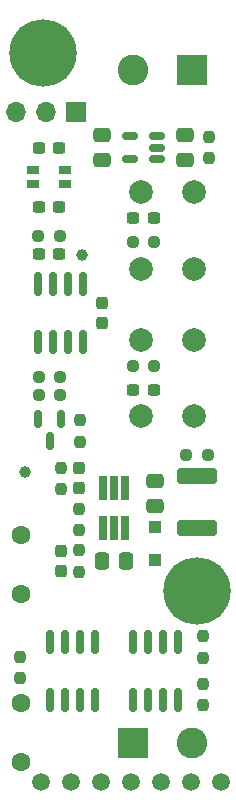
<source format=gbr>
%TF.GenerationSoftware,KiCad,Pcbnew,7.0.10*%
%TF.CreationDate,2024-01-02T15:41:26+01:00*%
%TF.ProjectId,Master_Clock,4d617374-6572-45f4-936c-6f636b2e6b69,1.0*%
%TF.SameCoordinates,Original*%
%TF.FileFunction,Soldermask,Bot*%
%TF.FilePolarity,Negative*%
%FSLAX46Y46*%
G04 Gerber Fmt 4.6, Leading zero omitted, Abs format (unit mm)*
G04 Created by KiCad (PCBNEW 7.0.10) date 2024-01-02 15:41:26*
%MOMM*%
%LPD*%
G01*
G04 APERTURE LIST*
G04 Aperture macros list*
%AMRoundRect*
0 Rectangle with rounded corners*
0 $1 Rounding radius*
0 $2 $3 $4 $5 $6 $7 $8 $9 X,Y pos of 4 corners*
0 Add a 4 corners polygon primitive as box body*
4,1,4,$2,$3,$4,$5,$6,$7,$8,$9,$2,$3,0*
0 Add four circle primitives for the rounded corners*
1,1,$1+$1,$2,$3*
1,1,$1+$1,$4,$5*
1,1,$1+$1,$6,$7*
1,1,$1+$1,$8,$9*
0 Add four rect primitives between the rounded corners*
20,1,$1+$1,$2,$3,$4,$5,0*
20,1,$1+$1,$4,$5,$6,$7,0*
20,1,$1+$1,$6,$7,$8,$9,0*
20,1,$1+$1,$8,$9,$2,$3,0*%
G04 Aperture macros list end*
%ADD10R,2.600000X2.600000*%
%ADD11C,2.600000*%
%ADD12C,5.700000*%
%ADD13C,2.000000*%
%ADD14C,1.600000*%
%ADD15R,1.700000X1.700000*%
%ADD16O,1.700000X1.700000*%
%ADD17RoundRect,0.237500X0.300000X0.237500X-0.300000X0.237500X-0.300000X-0.237500X0.300000X-0.237500X0*%
%ADD18RoundRect,0.250000X0.300000X-0.300000X0.300000X0.300000X-0.300000X0.300000X-0.300000X-0.300000X0*%
%ADD19RoundRect,0.237500X-0.250000X-0.237500X0.250000X-0.237500X0.250000X0.237500X-0.250000X0.237500X0*%
%ADD20RoundRect,0.150000X-0.150000X0.587500X-0.150000X-0.587500X0.150000X-0.587500X0.150000X0.587500X0*%
%ADD21RoundRect,0.250000X-0.475000X0.337500X-0.475000X-0.337500X0.475000X-0.337500X0.475000X0.337500X0*%
%ADD22RoundRect,0.237500X-0.237500X0.250000X-0.237500X-0.250000X0.237500X-0.250000X0.237500X0.250000X0*%
%ADD23RoundRect,0.237500X-0.300000X-0.237500X0.300000X-0.237500X0.300000X0.237500X-0.300000X0.237500X0*%
%ADD24C,1.500000*%
%ADD25RoundRect,0.237500X-0.237500X0.300000X-0.237500X-0.300000X0.237500X-0.300000X0.237500X0.300000X0*%
%ADD26RoundRect,0.237500X0.237500X-0.250000X0.237500X0.250000X-0.237500X0.250000X-0.237500X-0.250000X0*%
%ADD27R,0.650000X2.000000*%
%ADD28RoundRect,0.237500X0.237500X-0.300000X0.237500X0.300000X-0.237500X0.300000X-0.237500X-0.300000X0*%
%ADD29C,1.000000*%
%ADD30RoundRect,0.150000X0.150000X-0.825000X0.150000X0.825000X-0.150000X0.825000X-0.150000X-0.825000X0*%
%ADD31RoundRect,0.250000X-1.450000X0.400000X-1.450000X-0.400000X1.450000X-0.400000X1.450000X0.400000X0*%
%ADD32RoundRect,0.237500X0.250000X0.237500X-0.250000X0.237500X-0.250000X-0.237500X0.250000X-0.237500X0*%
%ADD33RoundRect,0.150000X0.512500X0.150000X-0.512500X0.150000X-0.512500X-0.150000X0.512500X-0.150000X0*%
%ADD34RoundRect,0.250000X0.337500X0.475000X-0.337500X0.475000X-0.337500X-0.475000X0.337500X-0.475000X0*%
%ADD35R,1.050000X0.800000*%
G04 APERTURE END LIST*
D10*
%TO.C,J2*%
X155100000Y-119900000D03*
D11*
X160100000Y-119900000D03*
%TD*%
D12*
%TO.C,H1*%
X147500000Y-61500000D03*
%TD*%
D13*
%TO.C,SW1*%
X155750000Y-79750000D03*
X155750000Y-73250000D03*
X160250000Y-79750000D03*
X160250000Y-73250000D03*
%TD*%
D14*
%TO.C,C5*%
X145600000Y-116500000D03*
X145600000Y-121500000D03*
%TD*%
D12*
%TO.C,H2*%
X160500000Y-107000000D03*
%TD*%
D15*
%TO.C,J3*%
X150250000Y-66500000D03*
D16*
X147710000Y-66500000D03*
X145170000Y-66500000D03*
%TD*%
D13*
%TO.C,SW2*%
X155750000Y-92250000D03*
X155750000Y-85750000D03*
X160250000Y-92250000D03*
X160250000Y-85750000D03*
%TD*%
D10*
%TO.C,J1*%
X160100000Y-62900000D03*
D11*
X155100000Y-62900000D03*
%TD*%
D14*
%TO.C,C4*%
X145600000Y-107275000D03*
X145600000Y-102275000D03*
%TD*%
D17*
%TO.C,C13*%
X148862500Y-74500000D03*
X147137500Y-74500000D03*
%TD*%
D18*
%TO.C,D1*%
X157000000Y-104400000D03*
X157000000Y-101600000D03*
%TD*%
D19*
%TO.C,R10*%
X147137500Y-90437500D03*
X148962500Y-90437500D03*
%TD*%
D20*
%TO.C,Q1*%
X147100000Y-92500000D03*
X149000000Y-92500000D03*
X148050000Y-94375000D03*
%TD*%
D21*
%TO.C,C9*%
X152500000Y-68462500D03*
X152500000Y-70537500D03*
%TD*%
D22*
%TO.C,R5*%
X150600000Y-92587500D03*
X150600000Y-94412500D03*
%TD*%
D23*
%TO.C,C12*%
X155137500Y-90000000D03*
X156862500Y-90000000D03*
%TD*%
D19*
%TO.C,R13*%
X159587500Y-95500000D03*
X161412500Y-95500000D03*
%TD*%
D24*
%TO.C,REF\u002A\u002A*%
X152400000Y-123200000D03*
%TD*%
D17*
%TO.C,C14*%
X148862500Y-69500000D03*
X147137500Y-69500000D03*
%TD*%
D25*
%TO.C,C6*%
X150500000Y-96637500D03*
X150500000Y-98362500D03*
%TD*%
D22*
%TO.C,R14*%
X161500000Y-68587500D03*
X161500000Y-70412500D03*
%TD*%
D26*
%TO.C,R2*%
X150500000Y-105412500D03*
X150500000Y-103587500D03*
%TD*%
%TO.C,R4*%
X150500000Y-101912500D03*
X150500000Y-100087500D03*
%TD*%
D27*
%TO.C,U2*%
X154450000Y-101710000D03*
X153500000Y-101710000D03*
X152550000Y-101710000D03*
X152550000Y-98290000D03*
X153500000Y-98290000D03*
X154450000Y-98290000D03*
%TD*%
D28*
%TO.C,C1*%
X149000000Y-105362500D03*
X149000000Y-103637500D03*
%TD*%
D29*
%TO.C,TP2*%
X146000000Y-97000000D03*
%TD*%
%TO.C,TP1*%
X150800000Y-78600000D03*
%TD*%
D30*
%TO.C,U5*%
X150905000Y-85975000D03*
X149635000Y-85975000D03*
X148365000Y-85975000D03*
X147095000Y-85975000D03*
X147095000Y-81025000D03*
X148365000Y-81025000D03*
X149635000Y-81025000D03*
X150905000Y-81025000D03*
%TD*%
D23*
%TO.C,C11*%
X155137500Y-75500000D03*
X156862500Y-75500000D03*
%TD*%
D24*
%TO.C,REF\u002A\u002A*%
X157480000Y-123200000D03*
%TD*%
D31*
%TO.C,L1*%
X160500000Y-97275000D03*
X160500000Y-101725000D03*
%TD*%
D30*
%TO.C,U3*%
X158905000Y-116275000D03*
X157635000Y-116275000D03*
X156365000Y-116275000D03*
X155095000Y-116275000D03*
X155095000Y-111325000D03*
X156365000Y-111325000D03*
X157635000Y-111325000D03*
X158905000Y-111325000D03*
%TD*%
D32*
%TO.C,R8*%
X156912500Y-88000000D03*
X155087500Y-88000000D03*
%TD*%
D23*
%TO.C,C10*%
X147137500Y-78500000D03*
X148862500Y-78500000D03*
%TD*%
D28*
%TO.C,C7*%
X152500000Y-84387500D03*
X152500000Y-82662500D03*
%TD*%
D32*
%TO.C,R9*%
X148962500Y-88937500D03*
X147137500Y-88937500D03*
%TD*%
%TO.C,R7*%
X156912500Y-77500000D03*
X155087500Y-77500000D03*
%TD*%
D24*
%TO.C,REF\u002A\u002A*%
X154940000Y-123200000D03*
%TD*%
%TO.C,REF\u002A\u002A*%
X149860000Y-123200000D03*
%TD*%
D26*
%TO.C,R12*%
X149000000Y-98412500D03*
X149000000Y-96587500D03*
%TD*%
D32*
%TO.C,R6*%
X148912500Y-77000000D03*
X147087500Y-77000000D03*
%TD*%
D22*
%TO.C,R1*%
X161000000Y-110887500D03*
X161000000Y-112712500D03*
%TD*%
D33*
%TO.C,U4*%
X157137500Y-68550000D03*
X157137500Y-69500000D03*
X157137500Y-70450000D03*
X154862500Y-70450000D03*
X154862500Y-68550000D03*
%TD*%
D21*
%TO.C,C2*%
X157000000Y-97737500D03*
X157000000Y-99812500D03*
%TD*%
%TO.C,C8*%
X159500000Y-68462500D03*
X159500000Y-70537500D03*
%TD*%
D30*
%TO.C,U1*%
X151905000Y-116275000D03*
X150635000Y-116275000D03*
X149365000Y-116275000D03*
X148095000Y-116275000D03*
X148095000Y-111325000D03*
X149365000Y-111325000D03*
X150635000Y-111325000D03*
X151905000Y-111325000D03*
%TD*%
D24*
%TO.C,REF\u002A\u002A*%
X160020000Y-123190000D03*
%TD*%
%TO.C,REF\u002A\u002A*%
X162560000Y-123190000D03*
%TD*%
D34*
%TO.C,C3*%
X154537500Y-104500000D03*
X152462500Y-104500000D03*
%TD*%
D35*
%TO.C,X1*%
X149325000Y-72600000D03*
X146675000Y-72600000D03*
X146675000Y-71400000D03*
X149325000Y-71400000D03*
%TD*%
D24*
%TO.C,REF\u002A\u002A*%
X147320000Y-123200000D03*
%TD*%
D22*
%TO.C,R11*%
X145500000Y-112587500D03*
X145500000Y-114412500D03*
%TD*%
%TO.C,R3*%
X161000000Y-114887500D03*
X161000000Y-116712500D03*
%TD*%
M02*

</source>
